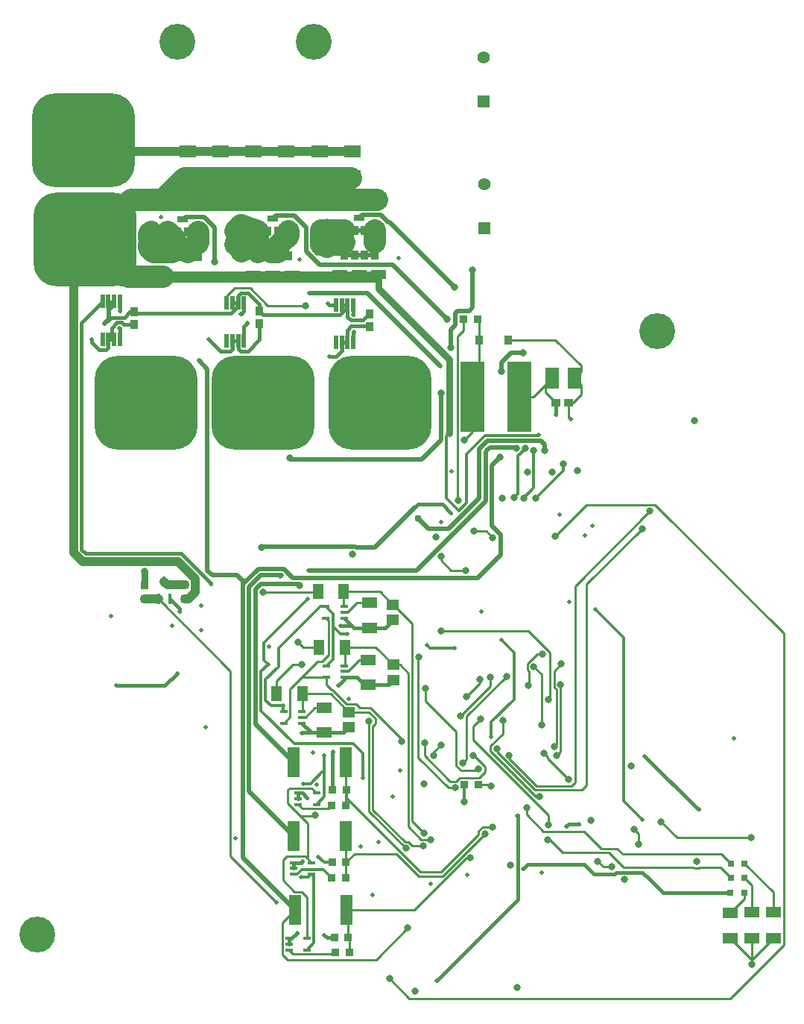
<source format=gbr>
%TF.GenerationSoftware,KiCad,Pcbnew,7.0.8*%
%TF.CreationDate,2023-12-22T14:09:36-07:00*%
%TF.ProjectId,VESC-6-MK5,56455343-2d36-42d4-9d4b-352e6b696361,rev?*%
%TF.SameCoordinates,Original*%
%TF.FileFunction,Copper,L4,Bot*%
%TF.FilePolarity,Positive*%
%FSLAX46Y46*%
G04 Gerber Fmt 4.6, Leading zero omitted, Abs format (unit mm)*
G04 Created by KiCad (PCBNEW 7.0.8) date 2023-12-22 14:09:36*
%MOMM*%
%LPD*%
G01*
G04 APERTURE LIST*
G04 Aperture macros list*
%AMRoundRect*
0 Rectangle with rounded corners*
0 $1 Rounding radius*
0 $2 $3 $4 $5 $6 $7 $8 $9 X,Y pos of 4 corners*
0 Add a 4 corners polygon primitive as box body*
4,1,4,$2,$3,$4,$5,$6,$7,$8,$9,$2,$3,0*
0 Add four circle primitives for the rounded corners*
1,1,$1+$1,$2,$3*
1,1,$1+$1,$4,$5*
1,1,$1+$1,$6,$7*
1,1,$1+$1,$8,$9*
0 Add four rect primitives between the rounded corners*
20,1,$1+$1,$2,$3,$4,$5,0*
20,1,$1+$1,$4,$5,$6,$7,0*
20,1,$1+$1,$6,$7,$8,$9,0*
20,1,$1+$1,$8,$9,$2,$3,0*%
G04 Aperture macros list end*
%TA.AperFunction,ComponentPad*%
%ADD10R,1.400000X1.400000*%
%TD*%
%TA.AperFunction,ComponentPad*%
%ADD11C,1.400000*%
%TD*%
%TA.AperFunction,ComponentPad*%
%ADD12C,4.064000*%
%TD*%
%TA.AperFunction,SMDPad,CuDef*%
%ADD13R,1.910000X1.370000*%
%TD*%
%TA.AperFunction,SMDPad,CuDef*%
%ADD14R,0.812800X1.041400*%
%TD*%
%TA.AperFunction,SMDPad,CuDef*%
%ADD15R,0.930000X1.010000*%
%TD*%
%TA.AperFunction,SMDPad,CuDef*%
%ADD16RoundRect,0.030000X0.220000X-0.745000X0.220000X0.745000X-0.220000X0.745000X-0.220000X-0.745000X0*%
%TD*%
%TA.AperFunction,SMDPad,CuDef*%
%ADD17RoundRect,2.667500X3.157500X2.667500X-3.157500X2.667500X-3.157500X-2.667500X3.157500X-2.667500X0*%
%TD*%
%TA.AperFunction,SMDPad,CuDef*%
%ADD18R,0.863600X0.965200*%
%TD*%
%TA.AperFunction,SMDPad,CuDef*%
%ADD19R,1.230000X1.770000*%
%TD*%
%TA.AperFunction,SMDPad,CuDef*%
%ADD20R,1.470000X1.160000*%
%TD*%
%TA.AperFunction,SMDPad,CuDef*%
%ADD21R,0.762000X0.711200*%
%TD*%
%TA.AperFunction,SMDPad,CuDef*%
%ADD22R,1.799996X1.305598*%
%TD*%
%TA.AperFunction,SMDPad,CuDef*%
%ADD23R,1.770000X1.170000*%
%TD*%
%TA.AperFunction,SMDPad,CuDef*%
%ADD24R,0.870000X0.930000*%
%TD*%
%TA.AperFunction,SMDPad,CuDef*%
%ADD25R,1.330000X3.460000*%
%TD*%
%TA.AperFunction,SMDPad,CuDef*%
%ADD26R,1.770000X1.230000*%
%TD*%
%TA.AperFunction,SMDPad,CuDef*%
%ADD27R,0.838200X0.304800*%
%TD*%
%TA.AperFunction,SMDPad,CuDef*%
%ADD28R,1.701800X1.092200*%
%TD*%
%TA.AperFunction,SMDPad,CuDef*%
%ADD29R,1.295400X0.711200*%
%TD*%
%TA.AperFunction,SMDPad,CuDef*%
%ADD30R,0.838200X1.092200*%
%TD*%
%TA.AperFunction,SMDPad,CuDef*%
%ADD31R,1.497552X2.413000*%
%TD*%
%TA.AperFunction,SMDPad,CuDef*%
%ADD32R,1.010000X0.930000*%
%TD*%
%TA.AperFunction,SMDPad,CuDef*%
%ADD33R,0.930000X0.870000*%
%TD*%
%TA.AperFunction,SMDPad,CuDef*%
%ADD34R,0.457200X1.168400*%
%TD*%
%TA.AperFunction,SMDPad,CuDef*%
%ADD35R,2.705100X8.001000*%
%TD*%
%TA.AperFunction,ViaPad*%
%ADD36C,0.800000*%
%TD*%
%TA.AperFunction,ViaPad*%
%ADD37C,0.500000*%
%TD*%
%TA.AperFunction,ViaPad*%
%ADD38C,0.787400*%
%TD*%
%TA.AperFunction,Conductor*%
%ADD39C,0.250000*%
%TD*%
%TA.AperFunction,Conductor*%
%ADD40C,0.381000*%
%TD*%
%TA.AperFunction,Conductor*%
%ADD41C,1.016000*%
%TD*%
%TA.AperFunction,Conductor*%
%ADD42C,0.304800*%
%TD*%
%TA.AperFunction,Conductor*%
%ADD43C,0.762000*%
%TD*%
%TA.AperFunction,Conductor*%
%ADD44C,0.508000*%
%TD*%
%TA.AperFunction,Conductor*%
%ADD45C,2.540000*%
%TD*%
%TA.AperFunction,Conductor*%
%ADD46C,1.270000*%
%TD*%
%TA.AperFunction,Conductor*%
%ADD47C,0.241300*%
%TD*%
G04 APERTURE END LIST*
D10*
%TO.P,C47,1*%
%TO.N,SUPPLY*%
X205230000Y-63755000D03*
D11*
%TO.P,C47,2*%
%TO.N,GND*%
X205230000Y-58755000D03*
%TD*%
D12*
%TO.P,,1*%
%TO.N,N/C*%
X154430000Y-143920000D03*
%TD*%
%TO.P,,1*%
%TO.N,N/C*%
X224920000Y-75410000D03*
%TD*%
%TO.P,,1*%
%TO.N,N/C*%
X185844000Y-42600000D03*
%TD*%
%TO.P,,1*%
%TO.N,N/C*%
X170376000Y-42600000D03*
%TD*%
D10*
%TO.P,C46,1*%
%TO.N,SUPPLY*%
X205190000Y-49345000D03*
D11*
%TO.P,C46,2*%
%TO.N,GND*%
X205190000Y-44345000D03*
%TD*%
D13*
%TO.P,C43,1*%
%TO.N,GND*%
X186508718Y-54994000D03*
%TO.P,C43,2*%
%TO.N,SUPPLY*%
X186508718Y-57836000D03*
%TD*%
D14*
%TO.P,D4,1,K*%
%TO.N,Net-(D4-K)*%
X204701802Y-76422300D03*
%TO.P,D4,2,A*%
%TO.N,GND*%
X208003802Y-76422300D03*
%TD*%
D15*
%TO.P,C42,1*%
%TO.N,GND*%
X192257888Y-74919000D03*
%TO.P,C42,2*%
%TO.N,VCC*%
X192257888Y-73501000D03*
%TD*%
D16*
%TO.P,U5,1,IN-*%
%TO.N,Net-(U5-IN-)*%
X163817888Y-76390000D03*
%TO.P,U5,2,GND*%
%TO.N,GND*%
X163167888Y-76390000D03*
%TO.P,U5,3,REF2*%
X162517888Y-76390000D03*
%TO.P,U5,4,NC*%
%TO.N,unconnected-(U5-NC-Pad4)*%
X161867888Y-76390000D03*
%TO.P,U5,5,OUT*%
%TO.N,/Power/C_A*%
X161867888Y-72080000D03*
%TO.P,U5,6,VS*%
%TO.N,VCC*%
X162517888Y-72080000D03*
%TO.P,U5,7,REF1*%
X163167888Y-72080000D03*
%TO.P,U5,8,IN+*%
%TO.N,Net-(U5-IN+)*%
X163817888Y-72080000D03*
%TD*%
D17*
%TO.P,P10,1,Pin_1*%
%TO.N,Net-(P10-Pin_1)*%
X193365000Y-83585000D03*
%TD*%
D18*
%TO.P,C59,1*%
%TO.N,Net-(U16-IN{slash}OUTXA)*%
X187926024Y-129294800D03*
%TO.P,C59,2*%
%TO.N,/DRV8301/SENS_C*%
X189526224Y-129294800D03*
%TD*%
D17*
%TO.P,P12,1,Pin_1*%
%TO.N,GND*%
X159675000Y-53785000D03*
%TD*%
D19*
%TO.P,R36,1*%
%TO.N,/Power/C_B*%
X186499214Y-111300000D03*
%TO.P,R36,2*%
%TO.N,/MCU/CURRENT_2*%
X189431214Y-111300000D03*
%TD*%
D17*
%TO.P,P11,1,Pin_1*%
%TO.N,SUPPLY*%
X159835000Y-64995000D03*
%TD*%
D20*
%TO.P,C45,1*%
%TO.N,/MCU/CURRENT_3*%
X189838214Y-118675000D03*
%TO.P,C45,2*%
%TO.N,GND*%
X189838214Y-120425000D03*
%TD*%
D21*
%TO.P,D3,1,K*%
%TO.N,Net-(D3-K)*%
X234797600Y-135846600D03*
%TO.P,D3,2,A*%
%TO.N,/MCU/LED_GREEN*%
X233248200Y-135846600D03*
%TD*%
D22*
%TO.P,C52,1*%
%TO.N,Net-(U10-OUT{slash}INYA)*%
X192251016Y-106281405D03*
%TO.P,C52,2*%
%TO.N,GND*%
X192251016Y-109087001D03*
%TD*%
D23*
%TO.P,R8,1*%
%TO.N,Net-(D2-K)*%
X235670000Y-141402000D03*
%TO.P,R8,2*%
%TO.N,GND*%
X235670000Y-144390000D03*
%TD*%
D15*
%TO.P,C35,1*%
%TO.N,GND*%
X165437888Y-74649000D03*
%TO.P,C35,2*%
%TO.N,VCC*%
X165437888Y-73231000D03*
%TD*%
D20*
%TO.P,C30,1*%
%TO.N,/MCU/CURRENT_2*%
X194928214Y-113319000D03*
%TO.P,C30,2*%
%TO.N,GND*%
X194928214Y-115069000D03*
%TD*%
D24*
%TO.P,R20,1*%
%TO.N,GND*%
X187974024Y-135715000D03*
%TO.P,R20,2*%
%TO.N,/DRV8301/SENS_B*%
X189534024Y-135715000D03*
%TD*%
D25*
%TO.P,R19,1*%
%TO.N,/DRV8301/SH_B*%
X183603024Y-132762000D03*
%TO.P,R19,2*%
%TO.N,/DRV8301/SENS_B*%
X189491024Y-132762000D03*
%TD*%
D18*
%TO.P,C49,1*%
%TO.N,Net-(U14-IN{slash}OUTXA)*%
X188306024Y-145966000D03*
%TO.P,C49,2*%
%TO.N,/DRV8301/SENS_A*%
X189906224Y-145966000D03*
%TD*%
D26*
%TO.P,R7,1*%
%TO.N,Net-(D1-K)*%
X233190000Y-141430000D03*
%TO.P,R7,2*%
%TO.N,GND*%
X233190000Y-144362000D03*
%TD*%
D25*
%TO.P,R17,1*%
%TO.N,/SH_A*%
X183713024Y-141114000D03*
%TO.P,R17,2*%
%TO.N,/DRV8301/SENS_A*%
X189601024Y-141114000D03*
%TD*%
D27*
%TO.P,U13,1,IN/OUTXA*%
%TO.N,/MCU/CURRENT_3*%
X184532114Y-118641996D03*
%TO.P,U13,2,OUT/INYA*%
%TO.N,Net-(U13-OUT{slash}INYA)*%
X184532114Y-119291995D03*
%TO.P,U13,3,GND*%
%TO.N,GND*%
X184532114Y-119941994D03*
%TO.P,U13,4,ON/OFFCONTROL*%
%TO.N,/MCU/CURR_FILTER_ON*%
X182449314Y-119941994D03*
%TO.P,U13,5,VCC*%
%TO.N,VCC*%
X182449314Y-118641996D03*
%TD*%
D23*
%TO.P,R9,1*%
%TO.N,Net-(D3-K)*%
X238080000Y-141362000D03*
%TO.P,R9,2*%
%TO.N,GND*%
X238080000Y-144350000D03*
%TD*%
D28*
%TO.P,Q5,1,D*%
%TO.N,SUPPLY*%
X193259001Y-60309899D03*
X191059000Y-60309899D03*
X188858999Y-60309899D03*
X193259001Y-69014901D03*
X191059000Y-69014901D03*
X188858999Y-69014901D03*
D29*
%TO.P,Q5,7,G*%
%TO.N,Net-(Q5-G)*%
X191059000Y-62559899D03*
D30*
%TO.P,Q5,8,S*%
%TO.N,/DRV8301/SH_C*%
X192784000Y-63959899D03*
X191634000Y-63959899D03*
X190484000Y-63959899D03*
X189334000Y-63959899D03*
X192784000Y-66759899D03*
X191634000Y-66759899D03*
X190484000Y-66759899D03*
X189334000Y-66759899D03*
%TD*%
D13*
%TO.P,C40,1*%
%TO.N,GND*%
X179023758Y-54994000D03*
%TO.P,C40,2*%
%TO.N,SUPPLY*%
X179023758Y-57836000D03*
%TD*%
D21*
%TO.P,D2,1,K*%
%TO.N,Net-(D2-K)*%
X234808800Y-137499800D03*
%TO.P,D2,2,A*%
%TO.N,/MCU/LED_RED*%
X233259400Y-137499800D03*
%TD*%
%TO.P,D1,1,K*%
%TO.N,Net-(D1-K)*%
X234765800Y-139177600D03*
%TO.P,D1,2,A*%
%TO.N,VCC*%
X233216400Y-139177600D03*
%TD*%
D27*
%TO.P,U16,1,IN/OUTXA*%
%TO.N,Net-(U16-IN{slash}OUTXA)*%
X184083124Y-129178004D03*
%TO.P,U16,2,OUT/INYA*%
%TO.N,GND*%
X184083124Y-128528005D03*
%TO.P,U16,3,GND*%
X184083124Y-127878006D03*
%TO.P,U16,4,ON/OFFCONTROL*%
%TO.N,/DRV8301/SENS_FILTERED*%
X186165924Y-127878006D03*
%TO.P,U16,5,VCC*%
%TO.N,VCC*%
X186165924Y-129178004D03*
%TD*%
D24*
%TO.P,R18,1*%
%TO.N,GND*%
X188214024Y-144305000D03*
%TO.P,R18,2*%
%TO.N,/DRV8301/SENS_A*%
X189774024Y-144305000D03*
%TD*%
D28*
%TO.P,Q1,1,D*%
%TO.N,SUPPLY*%
X173180201Y-60516499D03*
X170980200Y-60516499D03*
X168780199Y-60516499D03*
X173180201Y-69221501D03*
X170980200Y-69221501D03*
X168780199Y-69221501D03*
D29*
%TO.P,Q1,7,G*%
%TO.N,Net-(Q1-G)*%
X170980200Y-62766499D03*
D30*
%TO.P,Q1,8,S*%
%TO.N,/SH_A*%
X172705200Y-64166499D03*
X171555200Y-64166499D03*
X170405200Y-64166499D03*
X169255200Y-64166499D03*
X172705200Y-66966499D03*
X171555200Y-66966499D03*
X170405200Y-66966499D03*
X169255200Y-66966499D03*
%TD*%
D27*
%TO.P,U10,1,IN/OUTXA*%
%TO.N,/MCU/CURRENT_1*%
X189332114Y-106702400D03*
%TO.P,U10,2,OUT/INYA*%
%TO.N,Net-(U10-OUT{slash}INYA)*%
X189332114Y-107352399D03*
%TO.P,U10,3,GND*%
%TO.N,GND*%
X189332114Y-108002398D03*
%TO.P,U10,4,ON/OFFCONTROL*%
%TO.N,/MCU/CURR_FILTER_ON*%
X187249314Y-108002398D03*
%TO.P,U10,5,VCC*%
%TO.N,VCC*%
X187249314Y-106702400D03*
%TD*%
D13*
%TO.P,C39,1*%
%TO.N,GND*%
X175281278Y-54994000D03*
%TO.P,C39,2*%
%TO.N,SUPPLY*%
X175281278Y-57836000D03*
%TD*%
D19*
%TO.P,R37,1*%
%TO.N,/Power/C_C*%
X181659214Y-116620000D03*
%TO.P,R37,2*%
%TO.N,/MCU/CURRENT_3*%
X184591214Y-116620000D03*
%TD*%
D22*
%TO.P,C54,1*%
%TO.N,Net-(U13-OUT{slash}INYA)*%
X187025417Y-118218192D03*
%TO.P,C54,2*%
%TO.N,GND*%
X187025417Y-121023788D03*
%TD*%
D16*
%TO.P,U6,1,IN-*%
%TO.N,Net-(U6-IN-)*%
X177947888Y-76550000D03*
%TO.P,U6,2,GND*%
%TO.N,GND*%
X177297888Y-76550000D03*
%TO.P,U6,3,REF2*%
X176647888Y-76550000D03*
%TO.P,U6,4,NC*%
%TO.N,unconnected-(U6-NC-Pad4)*%
X175997888Y-76550000D03*
%TO.P,U6,5,OUT*%
%TO.N,/Power/C_B*%
X175997888Y-72240000D03*
%TO.P,U6,6,VS*%
%TO.N,VCC*%
X176647888Y-72240000D03*
%TO.P,U6,7,REF1*%
X177297888Y-72240000D03*
%TO.P,U6,8,IN+*%
%TO.N,Net-(U6-IN+)*%
X177947888Y-72240000D03*
%TD*%
D19*
%TO.P,R35,1*%
%TO.N,/Power/C_A*%
X186339214Y-105010000D03*
%TO.P,R35,2*%
%TO.N,/MCU/CURRENT_1*%
X189271214Y-105010000D03*
%TD*%
D24*
%TO.P,R22,1*%
%TO.N,GND*%
X188024024Y-127535000D03*
%TO.P,R22,2*%
%TO.N,/DRV8301/SENS_C*%
X189584024Y-127535000D03*
%TD*%
D27*
%TO.P,U14,1,IN/OUTXA*%
%TO.N,Net-(U14-IN{slash}OUTXA)*%
X183033124Y-145667600D03*
%TO.P,U14,2,OUT/INYA*%
%TO.N,GND*%
X183033124Y-145017601D03*
%TO.P,U14,3,GND*%
X183033124Y-144367602D03*
%TO.P,U14,4,ON/OFFCONTROL*%
%TO.N,/DRV8301/SENS_FILTERED*%
X185115924Y-144367602D03*
%TO.P,U14,5,VCC*%
%TO.N,VCC*%
X185115924Y-145667600D03*
%TD*%
D18*
%TO.P,C28,1*%
%TO.N,Net-(U3-BST_BK)*%
X202867202Y-74056600D03*
%TO.P,C28,2*%
%TO.N,Net-(D4-K)*%
X204467402Y-74056600D03*
%TD*%
D31*
%TO.P,C32,1*%
%TO.N,+5V*%
X212984178Y-80758600D03*
%TO.P,C32,2*%
%TO.N,GND*%
X215499826Y-80758600D03*
%TD*%
D22*
%TO.P,C53,1*%
%TO.N,Net-(U12-OUT{slash}INYA)*%
X192075417Y-112797796D03*
%TO.P,C53,2*%
%TO.N,GND*%
X192075417Y-115603392D03*
%TD*%
D13*
%TO.P,C41,1*%
%TO.N,GND*%
X182766238Y-54994000D03*
%TO.P,C41,2*%
%TO.N,SUPPLY*%
X182766238Y-57836000D03*
%TD*%
D18*
%TO.P,C57,1*%
%TO.N,Net-(U15-IN{slash}OUTXA)*%
X187906024Y-137530400D03*
%TO.P,C57,2*%
%TO.N,/DRV8301/SENS_B*%
X189506224Y-137530400D03*
%TD*%
D24*
%TO.P,R48,1*%
%TO.N,/DRV8301/EN_GATE*%
X203000000Y-126935000D03*
%TO.P,R48,2*%
%TO.N,GND*%
X204560000Y-126935000D03*
%TD*%
D16*
%TO.P,U7,1,IN-*%
%TO.N,Net-(U7-IN-)*%
X190347888Y-76740000D03*
%TO.P,U7,2,GND*%
%TO.N,GND*%
X189697888Y-76740000D03*
%TO.P,U7,3,REF2*%
X189047888Y-76740000D03*
%TO.P,U7,4,NC*%
%TO.N,unconnected-(U7-NC-Pad4)*%
X188397888Y-76740000D03*
%TO.P,U7,5,OUT*%
%TO.N,/Power/C_C*%
X188397888Y-72430000D03*
%TO.P,U7,6,VS*%
%TO.N,VCC*%
X189047888Y-72430000D03*
%TO.P,U7,7,REF1*%
X189697888Y-72430000D03*
%TO.P,U7,8,IN+*%
%TO.N,Net-(U7-IN+)*%
X190347888Y-72430000D03*
%TD*%
D27*
%TO.P,U12,1,IN/OUTXA*%
%TO.N,/MCU/CURRENT_2*%
X189372114Y-113417198D03*
%TO.P,U12,2,OUT/INYA*%
%TO.N,Net-(U12-OUT{slash}INYA)*%
X189372114Y-114067197D03*
%TO.P,U12,3,GND*%
%TO.N,GND*%
X189372114Y-114717196D03*
%TO.P,U12,4,ON/OFFCONTROL*%
%TO.N,/MCU/CURR_FILTER_ON*%
X187289314Y-114717196D03*
%TO.P,U12,5,VCC*%
%TO.N,VCC*%
X187289314Y-113417198D03*
%TD*%
D15*
%TO.P,C38,1*%
%TO.N,GND*%
X179717888Y-74589000D03*
%TO.P,C38,2*%
%TO.N,VCC*%
X179717888Y-73171000D03*
%TD*%
D25*
%TO.P,R21,1*%
%TO.N,/DRV8301/SH_C*%
X183593024Y-124360000D03*
%TO.P,R21,2*%
%TO.N,/DRV8301/SENS_C*%
X189481024Y-124360000D03*
%TD*%
D32*
%TO.P,C31,1*%
%TO.N,+5V*%
X213396202Y-83555000D03*
%TO.P,C31,2*%
%TO.N,GND*%
X214814202Y-83555000D03*
%TD*%
D13*
%TO.P,C37,1*%
%TO.N,GND*%
X171538798Y-54994000D03*
%TO.P,C37,2*%
%TO.N,SUPPLY*%
X171538798Y-57836000D03*
%TD*%
%TO.P,C44,1*%
%TO.N,GND*%
X190251202Y-54994000D03*
%TO.P,C44,2*%
%TO.N,SUPPLY*%
X190251202Y-57836000D03*
%TD*%
D27*
%TO.P,U15,1,IN/OUTXA*%
%TO.N,Net-(U15-IN{slash}OUTXA)*%
X183563124Y-137062802D03*
%TO.P,U15,2,OUT/INYA*%
%TO.N,GND*%
X183563124Y-136412803D03*
%TO.P,U15,3,GND*%
X183563124Y-135762804D03*
%TO.P,U15,4,ON/OFFCONTROL*%
%TO.N,/DRV8301/SENS_FILTERED*%
X185645924Y-135762804D03*
%TO.P,U15,5,VCC*%
%TO.N,VCC*%
X185645924Y-137062802D03*
%TD*%
D33*
%TO.P,R15,1*%
%TO.N,SUPPLY*%
X171181200Y-105800000D03*
%TO.P,R15,2*%
%TO.N,Net-(Q7-D)*%
X171181200Y-104240000D03*
%TD*%
D17*
%TO.P,P8,1,Pin_1*%
%TO.N,Net-(P8-Pin_1)*%
X166790000Y-83585000D03*
%TD*%
D34*
%TO.P,Q7,1,G*%
%TO.N,+5V*%
X169518099Y-105855600D03*
%TO.P,Q7,2,S*%
%TO.N,/DRV8301/SENS_SUPPLY*%
X168218101Y-105855600D03*
%TO.P,Q7,3,D*%
%TO.N,Net-(Q7-D)*%
X168868100Y-103874400D03*
%TD*%
D33*
%TO.P,R16,1*%
%TO.N,/DRV8301/SENS_SUPPLY*%
X166621200Y-105830000D03*
%TO.P,R16,2*%
%TO.N,GND*%
X166621200Y-104270000D03*
%TD*%
D20*
%TO.P,C29,1*%
%TO.N,/MCU/CURRENT_1*%
X194869214Y-106488000D03*
%TO.P,C29,2*%
%TO.N,GND*%
X194869214Y-108238000D03*
%TD*%
D28*
%TO.P,Q3,1,D*%
%TO.N,SUPPLY*%
X183422601Y-60406499D03*
X181222600Y-60406499D03*
X179022599Y-60406499D03*
X183422601Y-69111501D03*
X181222600Y-69111501D03*
X179022599Y-69111501D03*
D29*
%TO.P,Q3,7,G*%
%TO.N,Net-(Q3-G)*%
X181222600Y-62656499D03*
D30*
%TO.P,Q3,8,S*%
%TO.N,/DRV8301/SH_B*%
X182947600Y-64056499D03*
X181797600Y-64056499D03*
X180647600Y-64056499D03*
X179497600Y-64056499D03*
X182947600Y-66856499D03*
X181797600Y-66856499D03*
X180647600Y-66856499D03*
X179497600Y-66856499D03*
%TD*%
D17*
%TO.P,P9,1,Pin_1*%
%TO.N,Net-(P9-Pin_1)*%
X180080000Y-83585000D03*
%TD*%
D35*
%TO.P,L2,1,1*%
%TO.N,Net-(D4-K)*%
X203917952Y-82914300D03*
%TO.P,L2,2,2*%
%TO.N,+5V*%
X209226552Y-82914300D03*
%TD*%
D36*
%TO.N,/MCU/SERVO*%
X200303416Y-122386584D03*
X199465394Y-123597758D03*
%TO.N,GND*%
X207250000Y-94430000D03*
X157008333Y-53720000D03*
X159820000Y-57620000D03*
X190240697Y-100748318D03*
D37*
X168490000Y-62470000D03*
X199170000Y-138140000D03*
X204900000Y-107240000D03*
D36*
X158510000Y-57620000D03*
X204744551Y-114945449D03*
D37*
X215050000Y-85460000D03*
D36*
X162401665Y-53720000D03*
X163750000Y-53720000D03*
D37*
X162850000Y-107810000D03*
D36*
X161130000Y-57620000D03*
X206000000Y-127050000D03*
X158510000Y-51570000D03*
X159609999Y-56100000D03*
D37*
X184220000Y-67340000D03*
D36*
X162867142Y-49870000D03*
X162496665Y-56100000D03*
D37*
X192590000Y-139460000D03*
D36*
X164050000Y-49870000D03*
X162665000Y-51570000D03*
X229380000Y-135630000D03*
D37*
X173960000Y-76350000D03*
D36*
X155360000Y-55120000D03*
D37*
X180800000Y-111210000D03*
X194870000Y-128270000D03*
X185140000Y-128450000D03*
X173060000Y-109350000D03*
D36*
X164050000Y-51570000D03*
X209000000Y-149980000D03*
X155280000Y-56100000D03*
X203250000Y-116880000D03*
D37*
X184620000Y-135594500D03*
D36*
X156723333Y-56100000D03*
D37*
X186230000Y-126940000D03*
X173580000Y-120430000D03*
D36*
X156952857Y-49870000D03*
X155740000Y-51570000D03*
X155660000Y-53720000D03*
X217360000Y-130950000D03*
D37*
X191230000Y-133940000D03*
D36*
X221150000Y-137650000D03*
X159650000Y-55120000D03*
X210126678Y-91420000D03*
X198413500Y-126841459D03*
D37*
X217510000Y-97490000D03*
D36*
X155890000Y-57620000D03*
D37*
X176940000Y-132970000D03*
D36*
X162510000Y-55120000D03*
X161053332Y-56100000D03*
X235620000Y-147330000D03*
X157125000Y-51570000D03*
X166630000Y-102710000D03*
D37*
X213770000Y-96250000D03*
D36*
X158166666Y-56100000D03*
D37*
X188690000Y-115620000D03*
D36*
X161053332Y-53720000D03*
D37*
X201530000Y-91360000D03*
X214880000Y-106130000D03*
D36*
X158356666Y-53720000D03*
D37*
X195700000Y-125280000D03*
X193220000Y-133460000D03*
D36*
X199719491Y-98800525D03*
X163940000Y-56100000D03*
D37*
X186410000Y-135110000D03*
X233640000Y-121660000D03*
D36*
X163750000Y-57620000D03*
X160501428Y-49870000D03*
X159704999Y-53720000D03*
D37*
X183970000Y-143720000D03*
D36*
X163940000Y-55120000D03*
X158220000Y-55120000D03*
D37*
X160650000Y-76330000D03*
D36*
X157200000Y-57620000D03*
X161280000Y-51570000D03*
X161080000Y-55120000D03*
X158135714Y-49870000D03*
X221950000Y-124820000D03*
X215850000Y-91270000D03*
D37*
X203270000Y-137128100D03*
X200310000Y-97070000D03*
X188940000Y-108870000D03*
D36*
X159318571Y-49870000D03*
D37*
X169790000Y-108850000D03*
D36*
X212955220Y-91399999D03*
D37*
X189840000Y-117195500D03*
D36*
X159895000Y-51570000D03*
D37*
X216720000Y-98610000D03*
D36*
X229170000Y-85590000D03*
X197420000Y-150390000D03*
D37*
X195480000Y-67170000D03*
D36*
X161684285Y-49870000D03*
X155770000Y-49870000D03*
D37*
X185810000Y-123250000D03*
X187070000Y-143970000D03*
X211790000Y-136920000D03*
D36*
X208250000Y-136030000D03*
D37*
X184540000Y-121100000D03*
D36*
X162440000Y-57620000D03*
D37*
X187650000Y-78300000D03*
X173050000Y-106570000D03*
X188110000Y-123220000D03*
D36*
X156790000Y-55120000D03*
%TO.N,Net-(U1-VCAP_1)*%
X207350000Y-119590000D03*
X211522543Y-128286529D03*
D37*
%TO.N,VCC*%
X206040000Y-121460000D03*
X189650000Y-109780000D03*
X217250000Y-136610000D03*
X201850000Y-111400000D03*
X214560000Y-131614500D03*
X216031233Y-131368767D03*
X207190000Y-110510000D03*
X229640000Y-129730000D03*
X198755500Y-111080000D03*
X209680000Y-136470000D03*
X184462397Y-137434617D03*
D36*
X179950000Y-99985588D03*
D37*
X223450000Y-123650000D03*
X182430000Y-117970000D03*
X162080000Y-74610000D03*
X224070000Y-137690000D03*
X184670000Y-126788006D03*
X201483812Y-96074760D03*
X187050000Y-123570000D03*
D36*
%TO.N,/MCU/NRST*%
X196330000Y-134140000D03*
X192140000Y-119690000D03*
D37*
%TO.N,+5V*%
X191450000Y-126145500D03*
X223220000Y-130870000D03*
D36*
X222280000Y-131990000D03*
D37*
X170620000Y-107240000D03*
X180670000Y-113270000D03*
X213400000Y-84900000D03*
X217880000Y-106990000D03*
D36*
X222790000Y-133670000D03*
D37*
X185190000Y-105860000D03*
X170380000Y-114260000D03*
X163420000Y-115670000D03*
D36*
%TO.N,/SH_A*%
X167640000Y-65450000D03*
X166480000Y-66370000D03*
D37*
X172790000Y-78710000D03*
D36*
X207018100Y-89763333D03*
X166540000Y-65360000D03*
X196560000Y-143170000D03*
X166610000Y-64370000D03*
%TO.N,/DRV8301/SH_B*%
X177610000Y-65500000D03*
X208870000Y-88764992D03*
X176400000Y-64130000D03*
D37*
X182070000Y-103250000D03*
D36*
X177610000Y-63430000D03*
X177630000Y-66410000D03*
X177510000Y-64510000D03*
D37*
X185400000Y-71100000D03*
X205632376Y-88882376D03*
D36*
X176400000Y-66160000D03*
D37*
X200250000Y-79380000D03*
D36*
X176470000Y-65170000D03*
D37*
X185260000Y-102580000D03*
D38*
%TO.N,/DRV8301/SH_C*%
X197700000Y-96690000D03*
D36*
X186180000Y-64450000D03*
X212090000Y-88940000D03*
X184230000Y-104277500D03*
X187440000Y-64450000D03*
X186330000Y-66440000D03*
X187390000Y-63110000D03*
X186290000Y-63410000D03*
X186180000Y-65400000D03*
X187370000Y-65830000D03*
%TO.N,SUPPLY*%
X160851428Y-61330000D03*
X160000000Y-66580000D03*
X156120000Y-61330000D03*
X162846665Y-67560000D03*
X156240000Y-69080000D03*
X156010000Y-65180000D03*
X164100000Y-65180000D03*
X156090000Y-63030000D03*
X157073333Y-67560000D03*
X155710000Y-66580000D03*
D37*
X211460000Y-87200000D03*
D36*
X163015000Y-63030000D03*
X162860000Y-66580000D03*
X157550000Y-69080000D03*
X161403332Y-67560000D03*
X157475000Y-63030000D03*
X161630000Y-63030000D03*
X163217142Y-61330000D03*
X159668571Y-61330000D03*
X157358333Y-65180000D03*
X162751665Y-65180000D03*
X164100000Y-69080000D03*
X158516666Y-67560000D03*
X158706666Y-65180000D03*
X158570000Y-66580000D03*
X161480000Y-69080000D03*
X160170000Y-69080000D03*
X162790000Y-69080000D03*
X201300000Y-87000000D03*
X164400000Y-63030000D03*
X157140000Y-66580000D03*
X158860000Y-63030000D03*
X159959999Y-67560000D03*
X160054999Y-65180000D03*
X164290000Y-67560000D03*
X155630000Y-67560000D03*
X162034285Y-61330000D03*
X160245000Y-63030000D03*
X161430000Y-66580000D03*
X157302857Y-61330000D03*
X164290000Y-66580000D03*
X161403332Y-65180000D03*
X158860000Y-69080000D03*
X164400000Y-61330000D03*
X158485714Y-61330000D03*
%TO.N,Net-(U3-BST_BK)*%
X202304079Y-94669579D03*
%TO.N,Net-(D4-K)*%
X202964902Y-87790000D03*
%TO.N,/MCU/CURRENT_1*%
X198400000Y-132429349D03*
%TO.N,/MCU/CURRENT_2*%
X199184559Y-133153849D03*
%TO.N,/MCU/CURRENT_3*%
X198331726Y-133878349D03*
%TO.N,/DRV8301/SENS_A*%
X203616650Y-135216650D03*
%TO.N,/EN_BUCK*%
X204060000Y-98140000D03*
X194470000Y-148920000D03*
X213267230Y-98672770D03*
X206226500Y-98882000D03*
%TO.N,/DRV8301/SENS_B*%
X205339351Y-132469351D03*
%TO.N,/DRV8301/SENS_C*%
X206180000Y-131720000D03*
%TO.N,/MCU/LED_RED*%
X212472157Y-133141041D03*
%TO.N,/MCU/LED_GREEN*%
X210067812Y-129544012D03*
%TO.N,/MCU/HALL_3*%
X212046298Y-123379311D03*
X214833023Y-126333023D03*
%TO.N,Net-(P4-Pad6)*%
X225360000Y-131100000D03*
X235540000Y-132940000D03*
%TO.N,/MCU/RX_SDA_NSS*%
X218120000Y-135590000D03*
X219770000Y-136240000D03*
%TO.N,/MCU/SWDIO*%
X198605500Y-115990000D03*
X204600000Y-125160000D03*
%TO.N,/MCU/SWCLK*%
X197780000Y-112390000D03*
X201965500Y-127274500D03*
%TO.N,Net-(Q1-G)*%
X174620000Y-67540000D03*
X183120000Y-89840000D03*
X200319500Y-82490000D03*
%TO.N,Net-(Q2-G)*%
X201450000Y-77280000D03*
X203940000Y-68520000D03*
%TO.N,Net-(Q3-G)*%
X201040000Y-74090000D03*
%TO.N,Net-(Q4-G)*%
X207170000Y-80030000D03*
X209640000Y-77860000D03*
%TO.N,Net-(Q5-G)*%
X201872032Y-70433999D03*
D37*
%TO.N,/DRV8301/SENS_SUPPLY*%
X181600000Y-140250000D03*
D36*
%TO.N,/MCU/USB_DM*%
X208063695Y-123576305D03*
X224080000Y-95850000D03*
%TO.N,/MCU/USB_DP*%
X223194500Y-97858912D03*
X206672796Y-122821802D03*
%TO.N,/BMI160/SCL*%
X202520000Y-119150000D03*
X205910000Y-114700000D03*
%TO.N,Net-(U3-DTC)*%
X200320000Y-101000000D03*
X203120000Y-102570000D03*
%TO.N,Net-(P8-Pin_1)*%
X168283332Y-85660000D03*
X167731428Y-79430000D03*
X169670000Y-85600000D03*
X165740000Y-81130000D03*
X164182857Y-79430000D03*
X171570000Y-86040000D03*
X166839999Y-85660000D03*
X164020000Y-84680000D03*
X166934999Y-83280000D03*
X168914285Y-79430000D03*
X168360000Y-87180000D03*
X163120000Y-87180000D03*
X167125000Y-81130000D03*
X162890000Y-83280000D03*
X170210000Y-80020000D03*
X169880000Y-81450000D03*
X169750000Y-82810000D03*
X167050000Y-87180000D03*
X165396666Y-85660000D03*
X166880000Y-84680000D03*
X168283332Y-83280000D03*
X163953333Y-85660000D03*
X164355000Y-81130000D03*
X164430000Y-87180000D03*
X171440000Y-83350000D03*
X165450000Y-84680000D03*
X169900000Y-87500000D03*
X166548571Y-79430000D03*
X165740000Y-87180000D03*
X169980000Y-84270000D03*
X168510000Y-81130000D03*
X165586666Y-83280000D03*
X171470000Y-80270000D03*
X164238333Y-83280000D03*
X162970000Y-81130000D03*
X162590000Y-84680000D03*
X171440000Y-82170000D03*
X168310000Y-84680000D03*
X163000000Y-79430000D03*
X165365714Y-79430000D03*
X171590000Y-87190000D03*
X171520000Y-84860000D03*
X162510000Y-85660000D03*
D37*
%TO.N,Net-(U5-IN-)*%
X163790000Y-75090000D03*
%TO.N,Net-(U5-IN+)*%
X163837768Y-73175304D03*
D36*
%TO.N,Net-(P9-Pin_1)*%
X184390000Y-79700000D03*
X183207142Y-79700000D03*
X176080000Y-81400000D03*
X177063333Y-85930000D03*
X177292857Y-79700000D03*
X178850000Y-81400000D03*
X184280000Y-84950000D03*
X183005000Y-81400000D03*
X176230000Y-87450000D03*
X182780000Y-87450000D03*
X181620000Y-81400000D03*
X178560000Y-84950000D03*
X177130000Y-84950000D03*
X179658571Y-79700000D03*
X175620000Y-85930000D03*
X181420000Y-84950000D03*
X181393332Y-83550000D03*
X178850000Y-87450000D03*
X178696666Y-83550000D03*
X178506666Y-85930000D03*
X176110000Y-79700000D03*
X181470000Y-87450000D03*
X184090000Y-83550000D03*
X176000000Y-83550000D03*
X184090000Y-87450000D03*
X184390000Y-81400000D03*
X182741665Y-83550000D03*
X184280000Y-85930000D03*
X178475714Y-79700000D03*
X177465000Y-81400000D03*
X177348333Y-83550000D03*
X177540000Y-87450000D03*
X175700000Y-84950000D03*
X182836665Y-85930000D03*
X181393332Y-85930000D03*
X182850000Y-84950000D03*
D37*
%TO.N,Net-(U6-IN-)*%
X178330000Y-74510000D03*
%TO.N,Net-(U6-IN+)*%
X177584381Y-73459913D03*
D36*
%TO.N,/DRV8301/GH_B*%
X209893783Y-88764777D03*
X208630000Y-94330000D03*
%TO.N,/DRV8301/GL_B*%
X210878578Y-88935611D03*
X209750000Y-94360000D03*
%TO.N,Net-(P10-Pin_1)*%
X189750000Y-87180000D03*
X192216666Y-83280000D03*
X190812857Y-79430000D03*
X196525000Y-81130000D03*
X194940000Y-84680000D03*
X196370000Y-84680000D03*
X192370000Y-81130000D03*
X190583333Y-85660000D03*
X197610000Y-83280000D03*
X197610000Y-87180000D03*
X196261665Y-83280000D03*
X194913332Y-85660000D03*
X194990000Y-87180000D03*
X189220000Y-84680000D03*
X196356665Y-85660000D03*
X189630000Y-79430000D03*
X196727142Y-79430000D03*
X190650000Y-84680000D03*
X189140000Y-85660000D03*
X192080000Y-84680000D03*
X195544285Y-79430000D03*
X190868333Y-83280000D03*
X195140000Y-81130000D03*
X197800000Y-84680000D03*
X189520000Y-83280000D03*
X196300000Y-87180000D03*
X191995714Y-79430000D03*
X197910000Y-81130000D03*
X190985000Y-81130000D03*
X194361428Y-79430000D03*
X192370000Y-87180000D03*
X189600000Y-81130000D03*
X191060000Y-87180000D03*
X192026666Y-85660000D03*
X194913332Y-83280000D03*
X197800000Y-85660000D03*
X197910000Y-79430000D03*
D37*
%TO.N,Net-(U7-IN-)*%
X190405500Y-75520000D03*
%TO.N,Net-(U7-IN+)*%
X190360000Y-73550000D03*
D36*
%TO.N,/DRV8301/GH_C*%
X211110000Y-94380000D03*
X214250000Y-90530000D03*
%TO.N,/Power/C_A*%
X180104695Y-105100000D03*
D37*
X174200000Y-104100000D03*
D36*
%TO.N,/Power/C_B*%
X184900000Y-72550000D03*
X184090000Y-110710000D03*
D37*
%TO.N,/Power/C_C*%
X187490000Y-72310000D03*
D36*
X184490000Y-113250000D03*
%TO.N,/BMI160/SDA*%
X212550000Y-131490000D03*
X204800000Y-119480000D03*
D37*
%TO.N,/SHUTDOWN*%
X209017086Y-130446424D03*
X199810000Y-149200000D03*
D36*
%TO.N,/DRV8301/EN_GATE*%
X202787049Y-124462375D03*
X202970000Y-128860000D03*
X207755000Y-114595000D03*
%TO.N,/DRV8301/SENS_FILTERED*%
X186070000Y-130379904D03*
%TO.N,/DRV8301/INL_B*%
X213910000Y-115540000D03*
X213495798Y-123605798D03*
%TO.N,/DRV8301/INL_C*%
X214010000Y-113230000D03*
X213185500Y-122618174D03*
%TO.N,/DRV8301/CS*%
X200313700Y-109490000D03*
X212544061Y-117243264D03*
%TO.N,/DRV8301/INH_B*%
X211765500Y-120100000D03*
X210880247Y-113530253D03*
%TO.N,/DRV8301/INH_C*%
X210279951Y-115615549D03*
X211850500Y-112090000D03*
%TO.N,/MCU/CURR_FILTER_ON*%
X195880500Y-122020000D03*
X198444500Y-122130000D03*
X203969500Y-123590000D03*
%TD*%
D39*
%TO.N,/MCU/SERVO*%
X199465394Y-123597758D02*
X199465394Y-123224606D01*
X199465394Y-123224606D02*
X200303416Y-122386584D01*
D40*
%TO.N,GND*%
X189838214Y-120425000D02*
X189239426Y-121023788D01*
D39*
X214814202Y-83555000D02*
X214814202Y-85224202D01*
X166621200Y-102718800D02*
X166630000Y-102710000D01*
D40*
X185900000Y-121023788D02*
X184616212Y-121023788D01*
D39*
X216248602Y-80009824D02*
X215499826Y-80758600D01*
D41*
X160884000Y-54994000D02*
X159675000Y-53785000D01*
D40*
X176647888Y-77459676D02*
X176647888Y-76550000D01*
X194869214Y-108238000D02*
X194020213Y-109087001D01*
X183563124Y-135762804D02*
X183563124Y-136412803D01*
X176647888Y-76550000D02*
X177297888Y-76550000D01*
X187025417Y-121023788D02*
X185900000Y-121023788D01*
X189372114Y-114937886D02*
X188690000Y-115620000D01*
X189047888Y-76740000D02*
X189047888Y-77649676D01*
X162917888Y-76140000D02*
X162917888Y-75056308D01*
X162517888Y-76390000D02*
X162517888Y-77299676D01*
X179717888Y-76372112D02*
X179717888Y-74979000D01*
D39*
X216248602Y-82625600D02*
X216248602Y-81507376D01*
D40*
X190416717Y-109087001D02*
X190199716Y-108870000D01*
X184568006Y-127878006D02*
X185140000Y-128450000D01*
D39*
X216248602Y-79337222D02*
X216248602Y-80009824D01*
D42*
X187015000Y-135715000D02*
X186410000Y-135110000D01*
D40*
X185900000Y-121023788D02*
X185613908Y-121023788D01*
X184083124Y-127878006D02*
X184568006Y-127878006D01*
X190199716Y-108870000D02*
X188940000Y-108870000D01*
D39*
X238080000Y-144350000D02*
X235620000Y-146810000D01*
D40*
X190140196Y-74879500D02*
X192218388Y-74879500D01*
X184616212Y-121023788D02*
X184540000Y-121100000D01*
X184083124Y-127878006D02*
X184083124Y-128528005D01*
X183033124Y-145017601D02*
X183033124Y-144367602D01*
X192075417Y-115603392D02*
X194393822Y-115603392D01*
D39*
X213333680Y-76422300D02*
X216248602Y-79337222D01*
D40*
X184451696Y-135762804D02*
X183563124Y-135762804D01*
X190774214Y-114717196D02*
X191660410Y-115603392D01*
X189047888Y-76740000D02*
X189697888Y-76740000D01*
X177297888Y-77459676D02*
X177553712Y-77715500D01*
X163167888Y-76390000D02*
X162917888Y-76140000D01*
D39*
X214814202Y-85224202D02*
X215050000Y-85460000D01*
D40*
X194393822Y-115603392D02*
X194928214Y-115069000D01*
X173960000Y-76350000D02*
X175325500Y-77715500D01*
D39*
X235620000Y-146792000D02*
X235620000Y-147330000D01*
D40*
X164254804Y-74649000D02*
X165437888Y-74649000D01*
X177553712Y-77715500D02*
X178374500Y-77715500D01*
X189697888Y-76740000D02*
X189697888Y-75321808D01*
X188024024Y-123305976D02*
X188110000Y-123220000D01*
D39*
X215319202Y-83555000D02*
X216248602Y-82625600D01*
D41*
X190251202Y-54994000D02*
X160884000Y-54994000D01*
D40*
X185613908Y-121023788D02*
X184532114Y-119941994D01*
X163524696Y-74449500D02*
X164055304Y-74449500D01*
X177297888Y-76550000D02*
X177297888Y-77459676D01*
D39*
X233190000Y-144362000D02*
X235620000Y-146792000D01*
X235670000Y-147280000D02*
X235620000Y-147330000D01*
D40*
X188214024Y-144305000D02*
X187405000Y-144305000D01*
X189372114Y-114717196D02*
X189372114Y-114937886D01*
D39*
X205885000Y-126935000D02*
X206000000Y-127050000D01*
D40*
X164055304Y-74449500D02*
X164254804Y-74649000D01*
X160650000Y-76740000D02*
X160650000Y-76330000D01*
X162917888Y-75056308D02*
X163524696Y-74449500D01*
X191660410Y-115603392D02*
X192075417Y-115603392D01*
X183322398Y-144367602D02*
X183970000Y-143720000D01*
X162517888Y-76390000D02*
X163167888Y-76390000D01*
X187405000Y-144305000D02*
X187070000Y-143970000D01*
D39*
X214814202Y-83555000D02*
X215319202Y-83555000D01*
D42*
X187974024Y-135715000D02*
X187015000Y-135715000D01*
D43*
X166621200Y-104270000D02*
X166621200Y-102718800D01*
D39*
X204744551Y-115385449D02*
X203250000Y-116880000D01*
D40*
X188024024Y-127535000D02*
X188024024Y-123305976D01*
D39*
X235670000Y-144390000D02*
X235670000Y-147280000D01*
D40*
X162517888Y-77299676D02*
X162262064Y-77555500D01*
D43*
X159335000Y-53445000D02*
X159675000Y-53785000D01*
D40*
X183033124Y-144367602D02*
X183322398Y-144367602D01*
D39*
X208003802Y-76422300D02*
X213333680Y-76422300D01*
D40*
X161465500Y-77555500D02*
X160650000Y-76740000D01*
X189332114Y-108002398D02*
X190416717Y-109087001D01*
D41*
X161144000Y-55254000D02*
X159675000Y-53785000D01*
D40*
X194020213Y-109087001D02*
X192251016Y-109087001D01*
X162262064Y-77555500D02*
X161465500Y-77555500D01*
X188397564Y-78300000D02*
X187650000Y-78300000D01*
X175325500Y-77715500D02*
X176392064Y-77715500D01*
X189372114Y-114717196D02*
X190774214Y-114717196D01*
D39*
X235620000Y-146810000D02*
X235620000Y-147330000D01*
X204560000Y-126935000D02*
X205885000Y-126935000D01*
D40*
X189697888Y-75321808D02*
X190140196Y-74879500D01*
X178374500Y-77715500D02*
X179717888Y-76372112D01*
D39*
X204744551Y-114945449D02*
X204744551Y-115385449D01*
D40*
X190416717Y-109087001D02*
X192251016Y-109087001D01*
X189047888Y-77649676D02*
X188397564Y-78300000D01*
X192218388Y-74879500D02*
X192257888Y-74919000D01*
X176392064Y-77715500D02*
X176647888Y-77459676D01*
X189239426Y-121023788D02*
X187025417Y-121023788D01*
D39*
X216248602Y-81507376D02*
X215499826Y-80758600D01*
D40*
X184620000Y-135594500D02*
X184451696Y-135762804D01*
D39*
%TO.N,Net-(U1-VCAP_1)*%
X211112925Y-128286529D02*
X211522543Y-128286529D01*
X207350000Y-119590000D02*
X207350000Y-121110000D01*
X205947796Y-123121400D02*
X211112925Y-128286529D01*
X205947796Y-122512204D02*
X205947796Y-123121400D01*
X207350000Y-121110000D02*
X205947796Y-122512204D01*
D40*
%TO.N,VCC*%
X217250000Y-136610000D02*
X216620000Y-135980000D01*
X162080000Y-74610000D02*
X162821500Y-73868500D01*
D42*
X180400000Y-117359156D02*
X180400000Y-115000000D01*
X208610000Y-111930000D02*
X208610000Y-117220000D01*
X185530071Y-126788006D02*
X184670000Y-126788006D01*
D44*
X192800000Y-99990000D02*
X197363100Y-95426900D01*
D40*
X177297888Y-72240000D02*
X177297888Y-71330324D01*
D44*
X177243888Y-72643480D02*
X177243888Y-72240000D01*
D40*
X189697888Y-72689676D02*
X189697888Y-72430000D01*
D42*
X186597600Y-106702400D02*
X187249314Y-106702400D01*
D44*
X179950000Y-99985588D02*
X180041270Y-99894318D01*
D40*
X220097436Y-137030500D02*
X217670500Y-137030500D01*
D42*
X180400000Y-115000000D02*
X181870000Y-113530000D01*
X181010844Y-117970000D02*
X180400000Y-117359156D01*
X199075500Y-111400000D02*
X201850000Y-111400000D01*
X182430000Y-117970000D02*
X181010844Y-117970000D01*
X207190000Y-110510000D02*
X208610000Y-111930000D01*
D40*
X225557600Y-139177600D02*
X233216400Y-139177600D01*
X164972888Y-73231000D02*
X165437888Y-73231000D01*
D42*
X187050000Y-125510000D02*
X187050000Y-128293928D01*
X187050000Y-123570000D02*
X187050000Y-125510000D01*
D44*
X163113888Y-72458000D02*
X163113888Y-72080000D01*
X190594436Y-99894318D02*
X190690118Y-99990000D01*
D42*
X187249314Y-106702400D02*
X188047400Y-107500486D01*
D40*
X177297888Y-71330324D02*
X177553712Y-71074500D01*
D44*
X162571888Y-74118112D02*
X162571888Y-73000000D01*
D40*
X188792064Y-73595500D02*
X189697888Y-72689676D01*
D42*
X208610000Y-117220000D02*
X206040000Y-119790000D01*
D40*
X223239500Y-136859500D02*
X220268436Y-136859500D01*
D42*
X187050000Y-125510000D02*
X186808077Y-125510000D01*
D40*
X164335388Y-73868500D02*
X164972888Y-73231000D01*
D42*
X181870000Y-111430000D02*
X186597600Y-106702400D01*
D40*
X179717888Y-73171000D02*
X180142388Y-73595500D01*
D42*
X182430000Y-118622682D02*
X182449314Y-118641996D01*
X185887424Y-144896100D02*
X185115924Y-145667600D01*
D40*
X197700000Y-95090000D02*
X197363100Y-95426900D01*
X216031233Y-131368767D02*
X214805733Y-131368767D01*
D44*
X162080000Y-74610000D02*
X162571888Y-74118112D01*
D40*
X224070000Y-137690000D02*
X225557600Y-139177600D01*
D44*
X180041270Y-99894318D02*
X190594436Y-99894318D01*
D40*
X179717888Y-72387888D02*
X179717888Y-73171000D01*
X217670500Y-137030500D02*
X217250000Y-136610000D01*
X192153638Y-73501000D02*
X192257888Y-73501000D01*
D42*
X185887424Y-137304302D02*
X185887424Y-144896100D01*
D40*
X180142388Y-73595500D02*
X188792064Y-73595500D01*
X176647888Y-72240000D02*
X177297888Y-72240000D01*
X201483812Y-96074760D02*
X200499052Y-95090000D01*
X216620000Y-135980000D02*
X210170000Y-135980000D01*
D42*
X185274109Y-137434617D02*
X185645924Y-137062802D01*
X182430000Y-117970000D02*
X182430000Y-118622682D01*
X188047400Y-107500486D02*
X188047400Y-108940000D01*
D40*
X220268436Y-136859500D02*
X220097436Y-137030500D01*
D42*
X188887400Y-109780000D02*
X189650000Y-109780000D01*
D40*
X190094696Y-74190500D02*
X191464138Y-74190500D01*
X210170000Y-135980000D02*
X209680000Y-136470000D01*
D42*
X206040000Y-119790000D02*
X206040000Y-121460000D01*
X188047400Y-108940000D02*
X188887400Y-109780000D01*
D40*
X214805733Y-131368767D02*
X214560000Y-131614500D01*
X178404500Y-71074500D02*
X179717888Y-72387888D01*
X189697888Y-73793692D02*
X190094696Y-74190500D01*
X200499052Y-95090000D02*
X197700000Y-95090000D01*
X224070000Y-137690000D02*
X223239500Y-136859500D01*
X223450000Y-123650000D02*
X229530000Y-129730000D01*
X229530000Y-129730000D02*
X229640000Y-129730000D01*
D42*
X184462397Y-137434617D02*
X185274109Y-137434617D01*
D40*
X165437888Y-73231000D02*
X165612388Y-73405500D01*
D44*
X162571888Y-73000000D02*
X163113888Y-72458000D01*
D40*
X189697888Y-72430000D02*
X189697888Y-73793692D01*
X165612388Y-73405500D02*
X176481868Y-73405500D01*
X191464138Y-74190500D02*
X192153638Y-73501000D01*
D42*
X181870000Y-113530000D02*
X181870000Y-111430000D01*
X198755500Y-111080000D02*
X199075500Y-111400000D01*
X187050000Y-128293928D02*
X186165924Y-129178004D01*
D44*
X190690118Y-99990000D02*
X192800000Y-99990000D01*
D42*
X185645924Y-137062802D02*
X185887424Y-137304302D01*
D40*
X162821500Y-73868500D02*
X164335388Y-73868500D01*
D44*
X162571888Y-73000000D02*
X162571888Y-72080000D01*
D42*
X188047400Y-108940000D02*
X188047400Y-112659112D01*
X188047400Y-112659112D02*
X187289314Y-113417198D01*
D40*
X177553712Y-71074500D02*
X178404500Y-71074500D01*
X176481868Y-73405500D02*
X177243888Y-72643480D01*
D42*
X186808077Y-125510000D02*
X185530071Y-126788006D01*
D40*
X189047888Y-72430000D02*
X189697888Y-72430000D01*
D39*
%TO.N,/MCU/NRST*%
X192140000Y-129950000D02*
X196330000Y-134140000D01*
X192140000Y-119690000D02*
X192140000Y-129950000D01*
D40*
%TO.N,+5V*%
X170620000Y-106957501D02*
X169518099Y-105855600D01*
X163420000Y-115670000D02*
X168970000Y-115670000D01*
D42*
X180197600Y-110852400D02*
X185190000Y-105860000D01*
X180670000Y-113270000D02*
X180197600Y-112797600D01*
D39*
X210828478Y-82914300D02*
X209226552Y-82914300D01*
X212984178Y-80758600D02*
X210828478Y-82914300D01*
D42*
X180197600Y-112797600D02*
X180197600Y-110852400D01*
D39*
X212235402Y-82394200D02*
X212235402Y-81507376D01*
X213396202Y-83555000D02*
X212235402Y-82394200D01*
D42*
X179895200Y-114044800D02*
X180670000Y-113270000D01*
X191450000Y-126145500D02*
X191450000Y-123380000D01*
X183637600Y-122277600D02*
X179895200Y-118535200D01*
D40*
X170620000Y-107240000D02*
X170620000Y-106957501D01*
D42*
X221130000Y-110240000D02*
X217880000Y-106990000D01*
X179895200Y-118535200D02*
X179895200Y-114044800D01*
D40*
X213400000Y-84900000D02*
X213400000Y-83558798D01*
D39*
X212235402Y-81507376D02*
X212984178Y-80758600D01*
D42*
X191450000Y-123380000D02*
X190347600Y-122277600D01*
D39*
X222790000Y-132500000D02*
X222280000Y-131990000D01*
D42*
X223220000Y-130870000D02*
X221130000Y-128780000D01*
D40*
X213400000Y-83558798D02*
X213396202Y-83555000D01*
X168970000Y-115670000D02*
X170380000Y-114260000D01*
D42*
X190347600Y-122277600D02*
X183637600Y-122277600D01*
D39*
X222790000Y-133670000D02*
X222790000Y-132500000D01*
D42*
X221130000Y-128780000D02*
X221130000Y-110240000D01*
D44*
%TO.N,/SH_A*%
X173801000Y-79721000D02*
X173801000Y-102621000D01*
D39*
X196560000Y-143170000D02*
X192956400Y-146773600D01*
D45*
X167677065Y-66481501D02*
X167142782Y-65947218D01*
X167142782Y-65637218D02*
X167330000Y-65450000D01*
X170108701Y-65020000D02*
X170108701Y-66112998D01*
X167142782Y-65947218D02*
X167142782Y-65637218D01*
D39*
X192956400Y-146773600D02*
X182873600Y-146773600D01*
D45*
X167142782Y-64842782D02*
X167142782Y-64440216D01*
X167640000Y-65140000D02*
X167540000Y-65240000D01*
D44*
X177938737Y-104040000D02*
X177834695Y-104040000D01*
D39*
X182289024Y-142538000D02*
X183713024Y-141114000D01*
D45*
X172705200Y-65331501D02*
X171555200Y-66481501D01*
D44*
X177834695Y-104040000D02*
X177834695Y-135235671D01*
D45*
X167330000Y-65450000D02*
X167640000Y-65450000D01*
D44*
X207080500Y-98528261D02*
X207080500Y-100869500D01*
X182479747Y-102405516D02*
X179573221Y-102405516D01*
X177169390Y-103140000D02*
X177834695Y-103805305D01*
X207080500Y-100869500D02*
X204526000Y-103424000D01*
X174320000Y-103140000D02*
X177169390Y-103140000D01*
D45*
X167640000Y-65450000D02*
X167640000Y-65140000D01*
X167540000Y-65240000D02*
X167142782Y-64842782D01*
D44*
X173801000Y-102621000D02*
X174320000Y-103140000D01*
X204526000Y-103424000D02*
X183498231Y-103424000D01*
D39*
X182289024Y-146189024D02*
X182289024Y-142538000D01*
D45*
X172705200Y-64166499D02*
X172705200Y-65331501D01*
X169255200Y-64166499D02*
X170108701Y-65020000D01*
X167142782Y-64440216D02*
X167416499Y-64166499D01*
D44*
X177834695Y-135235671D02*
X183713024Y-141114000D01*
X183498231Y-103424000D02*
X182479747Y-102405516D01*
X207018100Y-89763333D02*
X206104000Y-90677433D01*
X177834695Y-103805305D02*
X177834695Y-104040000D01*
X172790000Y-78710000D02*
X173801000Y-79721000D01*
D45*
X170108701Y-66112998D02*
X169740198Y-66481501D01*
D39*
X182873600Y-146773600D02*
X182289024Y-146189024D01*
D44*
X206104000Y-90677433D02*
X206104000Y-97551761D01*
X206104000Y-97551761D02*
X207080500Y-98528261D01*
X177860000Y-103780000D02*
X177834695Y-103805305D01*
X179573221Y-102405516D02*
X177938737Y-104040000D01*
D45*
X169740198Y-66481501D02*
X167677065Y-66481501D01*
%TO.N,/DRV8301/SH_B*%
X182947600Y-64602599D02*
X181068698Y-66481501D01*
D44*
X182186484Y-103113516D02*
X182186484Y-103133516D01*
D45*
X182947600Y-64056499D02*
X182947600Y-64602599D01*
D44*
X205396000Y-89118753D02*
X205632376Y-88882376D01*
X191970000Y-71100000D02*
X200250000Y-79380000D01*
X183603024Y-132762000D02*
X178542695Y-127701671D01*
D45*
X177003501Y-64056499D02*
X177510000Y-64510000D01*
X178861101Y-65593501D02*
X179497600Y-66230000D01*
D44*
X178542695Y-104437305D02*
X179866484Y-103113516D01*
X185260000Y-102580000D02*
X197510000Y-102580000D01*
X197510000Y-102580000D02*
X205396000Y-94694000D01*
X205632376Y-88882376D02*
X205895261Y-88619492D01*
D45*
X177610000Y-63430000D02*
X177003501Y-64056499D01*
X179497600Y-64056499D02*
X177610000Y-63430000D01*
X177610000Y-65500000D02*
X177703501Y-65593501D01*
X177510000Y-64510000D02*
X177003501Y-65593501D01*
X177516499Y-65593501D02*
X177610000Y-65500000D01*
X177003501Y-65593501D02*
X177516499Y-65593501D01*
D44*
X205895261Y-88619492D02*
X208724500Y-88619492D01*
D45*
X179497600Y-64056499D02*
X179497600Y-66481501D01*
X177703501Y-65593501D02*
X177630000Y-66410000D01*
D44*
X205396000Y-94694000D02*
X205396000Y-89118753D01*
X185400000Y-71100000D02*
X191970000Y-71100000D01*
D45*
X181068698Y-66481501D02*
X181797600Y-66481501D01*
X177630000Y-66410000D02*
X178861101Y-65593501D01*
D44*
X179866484Y-103113516D02*
X182186484Y-103113516D01*
X178542695Y-127701671D02*
X178542695Y-104437305D01*
X208724500Y-88619492D02*
X208870000Y-88764992D01*
X182186484Y-103133516D02*
X182070000Y-103250000D01*
D45*
%TO.N,/DRV8301/SH_C*%
X192784000Y-63979899D02*
X192784000Y-65331501D01*
D44*
X211714000Y-87904000D02*
X212090000Y-88280000D01*
X205606400Y-87873600D02*
X211137993Y-87873600D01*
X204688000Y-88792000D02*
X205606400Y-87873600D01*
X190484000Y-63979899D02*
X191634000Y-63979899D01*
D45*
X186749899Y-65609899D02*
X187149899Y-65609899D01*
D44*
X179843342Y-104153614D02*
X184106114Y-104153614D01*
D45*
X187440000Y-64450000D02*
X186969899Y-63979899D01*
D44*
X189334000Y-66779899D02*
X192784000Y-66779899D01*
X179250695Y-104746261D02*
X179843342Y-104153614D01*
D45*
X186969899Y-63979899D02*
X186749899Y-63979899D01*
X187149899Y-65609899D02*
X187370000Y-65830000D01*
D44*
X197700000Y-96690000D02*
X198870000Y-97860000D01*
X211168393Y-87904000D02*
X211714000Y-87904000D01*
X211137993Y-87873600D02*
X211168393Y-87904000D01*
D45*
X186749899Y-63979899D02*
X186749899Y-65609899D01*
D44*
X179250695Y-120017671D02*
X179250695Y-104746261D01*
X202998736Y-96090000D02*
X204688000Y-94400736D01*
D45*
X189334000Y-63979899D02*
X187910101Y-63979899D01*
D44*
X204688000Y-94400736D02*
X204688000Y-88792000D01*
D45*
X187370000Y-65830000D02*
X187590101Y-65609899D01*
X189055602Y-65609899D02*
X189334000Y-65331501D01*
D44*
X198870000Y-97860000D02*
X201228736Y-97860000D01*
X201228736Y-97860000D02*
X203084368Y-96004368D01*
X184106114Y-104153614D02*
X184230000Y-104277500D01*
D45*
X187910101Y-63979899D02*
X187440000Y-64450000D01*
D44*
X183593024Y-124360000D02*
X179250695Y-120017671D01*
X212090000Y-88280000D02*
X212090000Y-88940000D01*
D45*
X187590101Y-65609899D02*
X189055602Y-65609899D01*
%TO.N,SUPPLY*%
X164310000Y-61330000D02*
X164400000Y-61330000D01*
X161910000Y-62730000D02*
X163190000Y-63030000D01*
X164100000Y-68530000D02*
X164290000Y-68720000D01*
D41*
X171181200Y-105800000D02*
X171646200Y-105800000D01*
X172397200Y-103554736D02*
X170444464Y-101602000D01*
D45*
X161680000Y-66470000D02*
X161930000Y-66470000D01*
X163240000Y-61550000D02*
X163270000Y-61520000D01*
D42*
X202367566Y-95797566D02*
X202372434Y-95797566D01*
D41*
X171646200Y-105800000D02*
X172397200Y-105049000D01*
D45*
X161610000Y-63030000D02*
X161910000Y-62730000D01*
X168780199Y-60516499D02*
X193072401Y-60516499D01*
X161340000Y-65770000D02*
X161680000Y-66110000D01*
X162740000Y-65180000D02*
X164100000Y-65220000D01*
X162930000Y-67560000D02*
X161340000Y-67560000D01*
X164400000Y-61240000D02*
X165123501Y-60516499D01*
X163300000Y-61550000D02*
X164090000Y-61550000D01*
D41*
X172397200Y-105049000D02*
X172397200Y-103554736D01*
D42*
X200927600Y-94357600D02*
X202367566Y-95797566D01*
D45*
X161680000Y-66110000D02*
X161680000Y-66470000D01*
X164791501Y-69221501D02*
X164650000Y-69080000D01*
X164290000Y-67560000D02*
X164290000Y-66700000D01*
X165123501Y-60516499D02*
X173180201Y-60516499D01*
X164290000Y-68720000D02*
X164290000Y-67560000D01*
D46*
X168780199Y-69221501D02*
X193072401Y-69221501D01*
D45*
X162040000Y-66470000D02*
X161800000Y-66230000D01*
X161800000Y-65220000D02*
X160790000Y-65220000D01*
X171398798Y-58096000D02*
X171200698Y-58096000D01*
D43*
X193259001Y-70644901D02*
X193259001Y-69034901D01*
D45*
X161930000Y-66470000D02*
X162850000Y-66580000D01*
X163130000Y-67560000D02*
X162930000Y-67560000D01*
D43*
X154960000Y-64995000D02*
X159835000Y-64995000D01*
D45*
X164090000Y-61550000D02*
X164310000Y-61330000D01*
X171200698Y-58096000D02*
X168780199Y-60516499D01*
X160605000Y-65035000D02*
X161910000Y-63730000D01*
D42*
X205355220Y-87267200D02*
X211392800Y-87267200D01*
D45*
X164400000Y-62990000D02*
X161910000Y-61550000D01*
D42*
X211392800Y-87267200D02*
X211460000Y-87200000D01*
D45*
X160790000Y-65220000D02*
X160700000Y-65220000D01*
X164400000Y-61330000D02*
X164400000Y-61240000D01*
X160700000Y-65220000D02*
X160700000Y-65130000D01*
X168780199Y-69221501D02*
X164791501Y-69221501D01*
D42*
X203240000Y-89382420D02*
X205355220Y-87267200D01*
X201300000Y-87000000D02*
X200927600Y-87372400D01*
D41*
X158570000Y-100580000D02*
X158570000Y-66580000D01*
D45*
X161910000Y-61550000D02*
X163240000Y-61550000D01*
D41*
X159592000Y-101602000D02*
X158570000Y-100580000D01*
D45*
X164650000Y-69080000D02*
X164100000Y-69080000D01*
D42*
X203240000Y-94930000D02*
X203240000Y-89382420D01*
D43*
X201300000Y-78685900D02*
X201300000Y-87000000D01*
X201300000Y-78685900D02*
X193259001Y-70644901D01*
D45*
X161910000Y-63730000D02*
X161910000Y-63330000D01*
D42*
X202372434Y-95797566D02*
X203240000Y-94930000D01*
X200927600Y-87372400D02*
X200927600Y-94357600D01*
D45*
X164100000Y-69080000D02*
X164100000Y-68530000D01*
X164100000Y-65220000D02*
X161800000Y-65220000D01*
X164290000Y-66700000D02*
X163130000Y-67560000D01*
D41*
X170444464Y-101602000D02*
X159592000Y-101602000D01*
D45*
X160700000Y-65130000D02*
X160605000Y-65035000D01*
X161270000Y-69040000D02*
X160430000Y-66470000D01*
X162150000Y-66470000D02*
X162040000Y-66470000D01*
X161800000Y-66230000D02*
X162740000Y-65180000D01*
X163190000Y-63030000D02*
X164400000Y-62990000D01*
X163270000Y-61520000D02*
X163300000Y-61550000D01*
X161340000Y-67560000D02*
X162740000Y-69080000D01*
X162740000Y-69080000D02*
X161270000Y-69040000D01*
X161910000Y-63330000D02*
X161610000Y-63030000D01*
X162850000Y-66580000D02*
X162150000Y-66470000D01*
X160430000Y-66470000D02*
X161340000Y-65770000D01*
X171398798Y-58096000D02*
X190111202Y-58096000D01*
D39*
%TO.N,Net-(U3-BST_BK)*%
X202240402Y-94605902D02*
X202240402Y-75989380D01*
X202867202Y-75362580D02*
X202867202Y-74056600D01*
X202240402Y-75989380D02*
X202867202Y-75362580D01*
X202304079Y-94669579D02*
X202240402Y-94605902D01*
%TO.N,Net-(D4-K)*%
X204701802Y-74291000D02*
X204467402Y-74056600D01*
X202964902Y-87790000D02*
X203917952Y-86836950D01*
X204701802Y-82130450D02*
X203917952Y-82914300D01*
X204701802Y-76422300D02*
X204701802Y-82130450D01*
X203917952Y-86836950D02*
X203917952Y-82914300D01*
X204701802Y-76422300D02*
X204701802Y-74291000D01*
%TO.N,/MCU/CURRENT_1*%
X194869214Y-106488000D02*
X193391214Y-105010000D01*
X194869214Y-106488000D02*
X194893834Y-106488000D01*
X189271214Y-105010000D02*
X189271214Y-106641500D01*
X193391214Y-105010000D02*
X189271214Y-105010000D01*
X194893834Y-106488000D02*
X197055000Y-108649166D01*
X197055000Y-108649166D02*
X197055000Y-131084349D01*
X189271214Y-106641500D02*
X189332114Y-106702400D01*
X197055000Y-131084349D02*
X198400000Y-132429349D01*
%TO.N,/MCU/CURRENT_2*%
X194928214Y-113319000D02*
X192909214Y-111300000D01*
X196605000Y-131659654D02*
X198099195Y-133153849D01*
X189431214Y-111300000D02*
X189431214Y-113358098D01*
X198099195Y-133153849D02*
X199184559Y-133153849D01*
X192909214Y-111300000D02*
X189431214Y-111300000D01*
X195663214Y-113319000D02*
X196605000Y-114260786D01*
X189431214Y-113358098D02*
X189372114Y-113417198D01*
X194928214Y-113319000D02*
X195663214Y-113319000D01*
X196605000Y-114260786D02*
X196605000Y-131659654D01*
%TO.N,/MCU/CURRENT_3*%
X197055000Y-133839695D02*
X197055000Y-133878349D01*
X192590000Y-129763604D02*
X196241396Y-133415000D01*
X192150305Y-118675000D02*
X192865000Y-119389695D01*
X196630305Y-133415000D02*
X197055000Y-133839695D01*
X189838214Y-118675000D02*
X192150305Y-118675000D01*
X189838214Y-118675000D02*
X187783214Y-116620000D01*
X197055000Y-133878349D02*
X198331726Y-133878349D01*
X192865000Y-119990305D02*
X192590000Y-120265305D01*
X192590000Y-120265305D02*
X192590000Y-129763604D01*
X192865000Y-119389695D02*
X192865000Y-119990305D01*
X196241396Y-133415000D02*
X196630305Y-133415000D01*
X184591214Y-116620000D02*
X184591214Y-118582896D01*
X184591214Y-118582896D02*
X184532114Y-118641996D01*
X187783214Y-116620000D02*
X184591214Y-116620000D01*
%TO.N,Net-(U14-IN{slash}OUTXA)*%
X188306024Y-145966000D02*
X188127024Y-146145000D01*
X188127024Y-146145000D02*
X183510524Y-146145000D01*
X183510524Y-146145000D02*
X183033124Y-145667600D01*
%TO.N,/DRV8301/SENS_A*%
X197331098Y-141114000D02*
X203228448Y-135216650D01*
X203228448Y-135216650D02*
X203616650Y-135216650D01*
X189906224Y-144437200D02*
X189774024Y-144305000D01*
X189906224Y-145966000D02*
X189906224Y-144437200D01*
X189601024Y-141114000D02*
X197331098Y-141114000D01*
X189774024Y-141287000D02*
X189601024Y-141114000D01*
X189774024Y-144305000D02*
X189774024Y-141287000D01*
%TO.N,Net-(U10-OUT{slash}INYA)*%
X189713235Y-107352399D02*
X189332114Y-107352399D01*
X190784229Y-106281405D02*
X189713235Y-107352399D01*
X192251016Y-106281405D02*
X190784229Y-106281405D01*
%TO.N,Net-(U12-OUT{slash}INYA)*%
X189753235Y-114067197D02*
X189372114Y-114067197D01*
X191022636Y-112797796D02*
X189753235Y-114067197D01*
X192075417Y-112797796D02*
X191022636Y-112797796D01*
%TO.N,Net-(U13-OUT{slash}INYA)*%
X187025417Y-118218192D02*
X185987038Y-118218192D01*
X184913235Y-119291995D02*
X184532114Y-119291995D01*
X185987038Y-118218192D02*
X184913235Y-119291995D01*
%TO.N,/EN_BUCK*%
X204060000Y-98140000D02*
X205484500Y-98140000D01*
X205484500Y-98140000D02*
X206226500Y-98882000D01*
X196742196Y-151192196D02*
X194470000Y-148920000D01*
X233217804Y-151192196D02*
X196742196Y-151192196D01*
X213267230Y-98672770D02*
X216815000Y-95125000D01*
X239290000Y-109760000D02*
X239290000Y-145120000D01*
X239290000Y-145120000D02*
X233217804Y-151192196D01*
X216815000Y-95125000D02*
X224655000Y-95125000D01*
X224655000Y-95125000D02*
X239290000Y-109760000D01*
D42*
%TO.N,Net-(U15-IN{slash}OUTXA)*%
X183982995Y-137062802D02*
X183563124Y-137062802D01*
X187906024Y-137530400D02*
X186933626Y-136558002D01*
X184487795Y-136558002D02*
X183982995Y-137062802D01*
X186933626Y-136558002D02*
X184487795Y-136558002D01*
D39*
%TO.N,/DRV8301/SENS_B*%
X189534024Y-135715000D02*
X190489024Y-134760000D01*
X189506224Y-132777200D02*
X189491024Y-132762000D01*
X200508702Y-137300000D02*
X205339351Y-132469351D01*
X195288299Y-134760000D02*
X197828299Y-137300000D01*
X189506224Y-137530400D02*
X189506224Y-132777200D01*
X190489024Y-134760000D02*
X195288299Y-134760000D01*
X197828299Y-137300000D02*
X200508702Y-137300000D01*
%TO.N,Net-(U16-IN{slash}OUTXA)*%
X184560524Y-129655404D02*
X184083124Y-129178004D01*
X187565420Y-129655404D02*
X184560524Y-129655404D01*
X187926024Y-129294800D02*
X187565420Y-129655404D01*
%TO.N,/DRV8301/SENS_C*%
X205063397Y-131720000D02*
X204614351Y-132169046D01*
X204614351Y-132557955D02*
X200322306Y-136850000D01*
X198014695Y-136850000D02*
X189584024Y-128419329D01*
X206180000Y-131720000D02*
X205063397Y-131720000D01*
X189526224Y-124405200D02*
X189481024Y-124360000D01*
X200322306Y-136850000D02*
X198014695Y-136850000D01*
X189584024Y-128419329D02*
X189584024Y-127535000D01*
X189526224Y-129294800D02*
X189526224Y-124405200D01*
X204614351Y-132169046D02*
X204614351Y-132557955D01*
%TO.N,Net-(D1-K)*%
X233190000Y-141430000D02*
X234765800Y-139854200D01*
X234765800Y-139854200D02*
X234765800Y-139177600D01*
%TO.N,Net-(D2-K)*%
X235670000Y-138361000D02*
X234808800Y-137499800D01*
X235670000Y-141402000D02*
X235670000Y-138361000D01*
%TO.N,/MCU/LED_RED*%
X232089600Y-136330000D02*
X233259400Y-137499800D01*
X221100000Y-136330000D02*
X229054695Y-136330000D01*
X214151402Y-134620000D02*
X219390000Y-134620000D01*
X219390000Y-134620000D02*
X221100000Y-136330000D01*
X229054695Y-136330000D02*
X229079695Y-136355000D01*
X229705305Y-136330000D02*
X232089600Y-136330000D01*
X229680305Y-136355000D02*
X229705305Y-136330000D01*
X229079695Y-136355000D02*
X229680305Y-136355000D01*
X212672443Y-133141041D02*
X214151402Y-134620000D01*
X212472157Y-133141041D02*
X212672443Y-133141041D01*
%TO.N,Net-(D3-K)*%
X238080000Y-139129000D02*
X234797600Y-135846600D01*
X238080000Y-141362000D02*
X238080000Y-139129000D01*
%TO.N,/MCU/LED_GREEN*%
X211971015Y-132215000D02*
X216585500Y-132215000D01*
X216585500Y-132215000D02*
X218540500Y-134170000D01*
X220969500Y-134809500D02*
X232211100Y-134809500D01*
X218540500Y-134170000D02*
X220330000Y-134170000D01*
X210067812Y-130311797D02*
X211971015Y-132215000D01*
X220330000Y-134170000D02*
X220969500Y-134809500D01*
X232211100Y-134809500D02*
X233248200Y-135846600D01*
X210067812Y-129544012D02*
X210067812Y-130311797D01*
%TO.N,/MCU/HALL_3*%
X212460500Y-123960500D02*
X214833023Y-126333023D01*
X212460500Y-123793513D02*
X212460500Y-123960500D01*
X212046298Y-123379311D02*
X212460500Y-123793513D01*
%TO.N,Net-(P4-Pad6)*%
X227200000Y-132940000D02*
X235540000Y-132940000D01*
X225360000Y-131100000D02*
X227200000Y-132940000D01*
%TO.N,/MCU/RX_SDA_NSS*%
X219770000Y-136240000D02*
X218770000Y-136240000D01*
X218770000Y-136240000D02*
X218120000Y-135590000D01*
%TO.N,/MCU/SWDIO*%
X198605500Y-117445500D02*
X198605500Y-115990000D01*
X202062049Y-120902049D02*
X198605500Y-117445500D01*
X202609369Y-125310000D02*
X202062049Y-124762680D01*
X202062049Y-124762680D02*
X202062049Y-120902049D01*
X204600000Y-125160000D02*
X204450000Y-125310000D01*
X204450000Y-125310000D02*
X202609369Y-125310000D01*
%TO.N,/MCU/SWCLK*%
X201164500Y-127274500D02*
X197720000Y-123830000D01*
X201965500Y-127274500D02*
X201164500Y-127274500D01*
X197720000Y-123830000D02*
X197720000Y-112450000D01*
X197720000Y-112450000D02*
X197780000Y-112390000D01*
D44*
%TO.N,Net-(Q1-G)*%
X183120000Y-89840000D02*
X183260000Y-89980000D01*
X174620000Y-63643195D02*
X174620000Y-67540000D01*
X183260000Y-89980000D02*
X198140000Y-89980000D01*
X200319500Y-87800500D02*
X200319500Y-82490000D01*
X173419304Y-62442499D02*
X174620000Y-63643195D01*
X170980200Y-62766499D02*
X171304200Y-62442499D01*
X171304200Y-62442499D02*
X173419304Y-62442499D01*
X198140000Y-89980000D02*
X200319500Y-87800500D01*
%TO.N,Net-(Q2-G)*%
X201981402Y-74727254D02*
X201450000Y-75258656D01*
X203520000Y-73152944D02*
X203487056Y-73120000D01*
X203487056Y-73120000D02*
X202247348Y-73120000D01*
X202247348Y-73120000D02*
X201981402Y-73385946D01*
X203940000Y-72732944D02*
X203520000Y-73152944D01*
X203940000Y-68520000D02*
X203940000Y-72732944D01*
X201450000Y-75258656D02*
X201450000Y-77280000D01*
X201981402Y-73385946D02*
X201981402Y-74727254D01*
%TO.N,Net-(Q3-G)*%
X185025899Y-66343638D02*
X186552261Y-67870000D01*
X181222600Y-62656499D02*
X181578200Y-62300899D01*
X194820000Y-67870000D02*
X201040000Y-74090000D01*
X185025899Y-63650000D02*
X185025899Y-66343638D01*
X181578200Y-62300899D02*
X183676798Y-62300899D01*
X183676798Y-62300899D02*
X185025899Y-63650000D01*
X186552261Y-67870000D02*
X194820000Y-67870000D01*
%TO.N,Net-(Q4-G)*%
X207170000Y-78975748D02*
X207170000Y-80030000D01*
X208285748Y-77860000D02*
X207170000Y-78975748D01*
X209640000Y-77860000D02*
X208285748Y-77860000D01*
%TO.N,Net-(Q5-G)*%
X194326204Y-63083999D02*
X193498104Y-62255899D01*
X193498104Y-62255899D02*
X191383000Y-62255899D01*
X194522032Y-63083999D02*
X201872032Y-70433999D01*
X194326204Y-63083999D02*
X194522032Y-63083999D01*
X191383000Y-62255899D02*
X191059000Y-62579899D01*
D41*
%TO.N,/DRV8301/SENS_SUPPLY*%
X168192501Y-105830000D02*
X168218101Y-105855600D01*
D47*
X168218101Y-105855600D02*
X176369350Y-114006849D01*
X176369350Y-135019350D02*
X181600000Y-140250000D01*
X176369350Y-114006849D02*
X176369350Y-135019350D01*
D41*
X166621200Y-105830000D02*
X168192501Y-105830000D01*
%TO.N,Net-(Q7-D)*%
X171181200Y-104240000D02*
X169233700Y-104240000D01*
X169233700Y-104240000D02*
X168868100Y-103874400D01*
D39*
%TO.N,/MCU/USB_DM*%
X208063695Y-123964507D02*
X211157211Y-127058023D01*
X208063695Y-123576305D02*
X208063695Y-123964507D01*
X215180000Y-127058023D02*
X215558023Y-126680000D01*
X215558023Y-126680000D02*
X215558023Y-104371977D01*
X211157211Y-127058023D02*
X215180000Y-127058023D01*
X215558023Y-104371977D02*
X224080000Y-95850000D01*
%TO.N,/MCU/USB_DP*%
X216880000Y-104173412D02*
X216880000Y-126960000D01*
X206672796Y-123210004D02*
X206672796Y-122821802D01*
X223194500Y-97858912D02*
X216880000Y-104173412D01*
X216880000Y-126960000D02*
X216330000Y-127510000D01*
X216330000Y-127510000D02*
X210972792Y-127510000D01*
X210972792Y-127510000D02*
X206672796Y-123210004D01*
%TO.N,/BMI160/SCL*%
X205910000Y-115760000D02*
X202520000Y-119150000D01*
X205910000Y-114700000D02*
X205910000Y-115760000D01*
%TO.N,Net-(U3-DTC)*%
X200320000Y-101420000D02*
X201470000Y-102570000D01*
X201470000Y-102570000D02*
X203120000Y-102570000D01*
X200320000Y-101000000D02*
X200320000Y-101420000D01*
D41*
%TO.N,Net-(P8-Pin_1)*%
X166795000Y-83585000D02*
X166795000Y-83849000D01*
D40*
%TO.N,Net-(U5-IN-)*%
X163817888Y-75117888D02*
X163790000Y-75090000D01*
X163817888Y-76390000D02*
X163817888Y-75117888D01*
%TO.N,Net-(U5-IN+)*%
X163817888Y-73155424D02*
X163837768Y-73175304D01*
X163817888Y-72080000D02*
X163817888Y-73155424D01*
%TO.N,Net-(U6-IN-)*%
X177947888Y-74892112D02*
X177947888Y-76550000D01*
X178330000Y-74510000D02*
X177947888Y-74892112D01*
%TO.N,Net-(U6-IN+)*%
X177584633Y-73460165D02*
X177584381Y-73459913D01*
X177947888Y-73149676D02*
X177637399Y-73460165D01*
X177637399Y-73460165D02*
X177584633Y-73460165D01*
X177947888Y-72240000D02*
X177947888Y-73149676D01*
D42*
%TO.N,/DRV8301/GH_B*%
X209893783Y-88764777D02*
X209893783Y-88805264D01*
X209893783Y-88805264D02*
X209100000Y-89599047D01*
X209100000Y-93860000D02*
X208630000Y-94330000D01*
X209100000Y-89599047D02*
X209100000Y-93860000D01*
%TO.N,/DRV8301/GL_B*%
X210878578Y-93231422D02*
X209750000Y-94360000D01*
X210878578Y-88935611D02*
X210878578Y-93231422D01*
D41*
%TO.N,Net-(P10-Pin_1)*%
X193365000Y-83585000D02*
X195525000Y-85745000D01*
D40*
%TO.N,Net-(U7-IN-)*%
X190347888Y-75577612D02*
X190405500Y-75520000D01*
X190347888Y-76740000D02*
X190347888Y-75577612D01*
%TO.N,Net-(U7-IN+)*%
X190347888Y-72430000D02*
X190347888Y-73537888D01*
X190347888Y-73537888D02*
X190360000Y-73550000D01*
D42*
%TO.N,/DRV8301/GH_C*%
X214250000Y-90530000D02*
X214250000Y-91240000D01*
X214250000Y-91240000D02*
X211110000Y-94380000D01*
D39*
%TO.N,/Power/C_A*%
X186249214Y-105100000D02*
X186339214Y-105010000D01*
D40*
X159468500Y-100207830D02*
X159468500Y-74479388D01*
X159468500Y-74479388D02*
X161867888Y-72080000D01*
X170816634Y-100703500D02*
X159964170Y-100703500D01*
X174200000Y-104086866D02*
X170816634Y-100703500D01*
X159964170Y-100703500D02*
X159468500Y-100207830D01*
D39*
X180104695Y-105100000D02*
X186249214Y-105100000D01*
D40*
X174200000Y-104100000D02*
X174200000Y-104086866D01*
D39*
%TO.N,/Power/C_B*%
X184090000Y-110710000D02*
X184680000Y-111300000D01*
X175997888Y-71422954D02*
X175997888Y-72240000D01*
X184680000Y-111300000D02*
X186499214Y-111300000D01*
X176861842Y-70559000D02*
X175997888Y-71422954D01*
X180630000Y-72550000D02*
X178639000Y-70559000D01*
X178639000Y-70559000D02*
X176861842Y-70559000D01*
X184900000Y-72550000D02*
X180630000Y-72550000D01*
D40*
%TO.N,/Power/C_C*%
X187610000Y-72430000D02*
X187490000Y-72310000D01*
D39*
X184490000Y-113250000D02*
X183530000Y-113250000D01*
X181659214Y-115120786D02*
X181659214Y-116620000D01*
D40*
X188397888Y-72430000D02*
X187610000Y-72430000D01*
D39*
X183530000Y-113250000D02*
X181659214Y-115120786D01*
%TO.N,/BMI160/SDA*%
X203979500Y-120300500D02*
X203979500Y-121789500D01*
X204800000Y-119480000D02*
X203979500Y-120300500D01*
X203979500Y-121789500D02*
X212550000Y-130360000D01*
X212550000Y-130360000D02*
X212550000Y-131490000D01*
D40*
%TO.N,/SHUTDOWN*%
X199810000Y-149200000D02*
X209040000Y-139970000D01*
X209040000Y-130423510D02*
X209017086Y-130446424D01*
X209040000Y-130420000D02*
X209040000Y-130423510D01*
X209040000Y-139970000D02*
X209040000Y-130420000D01*
D42*
%TO.N,/DRV8301/EN_GATE*%
X203000000Y-128830000D02*
X203000000Y-126935000D01*
D39*
X207755000Y-114595000D02*
X203245000Y-119105000D01*
D42*
X202970000Y-128860000D02*
X203000000Y-128830000D01*
D39*
X203245000Y-124004424D02*
X202787049Y-124462375D01*
X203245000Y-119105000D02*
X203245000Y-124004424D01*
%TO.N,/DRV8301/SENS_FILTERED*%
X183117494Y-127362506D02*
X185650424Y-127362506D01*
X182830000Y-135020000D02*
X184903120Y-135020000D01*
X185168524Y-135285404D02*
X185168524Y-131294524D01*
X184512644Y-139059000D02*
X183679000Y-139059000D01*
X184377000Y-130503000D02*
X182940000Y-129066000D01*
X185650424Y-127362506D02*
X186165924Y-127878006D01*
X185115924Y-144367602D02*
X185115924Y-139662280D01*
X185168524Y-131294524D02*
X184377000Y-130503000D01*
X185115924Y-139662280D02*
X184512644Y-139059000D01*
X185946904Y-130503000D02*
X186070000Y-130379904D01*
X185168524Y-135285404D02*
X185645924Y-135762804D01*
X182940000Y-129066000D02*
X182940000Y-127540000D01*
X184377000Y-130503000D02*
X185946904Y-130503000D01*
X184903120Y-135020000D02*
X185168524Y-135285404D01*
X182940000Y-127540000D02*
X183117494Y-127362506D01*
X183679000Y-139059000D02*
X182400000Y-137780000D01*
X182400000Y-137780000D02*
X182400000Y-135450000D01*
X182400000Y-135450000D02*
X182830000Y-135020000D01*
%TO.N,/DRV8301/INL_B*%
X213910000Y-123191596D02*
X213495798Y-123605798D01*
X213910000Y-115540000D02*
X213910000Y-123191596D01*
%TO.N,/DRV8301/INL_C*%
X213185000Y-115840305D02*
X213460000Y-116115305D01*
X214010000Y-113230000D02*
X213185000Y-114055000D01*
X213460000Y-122343674D02*
X213185500Y-122618174D01*
X213185000Y-114055000D02*
X213185000Y-115840305D01*
X213460000Y-116115305D02*
X213460000Y-122343674D01*
%TO.N,/DRV8301/CS*%
X200313700Y-109490000D02*
X210275805Y-109490000D01*
X212735000Y-111949195D02*
X212735000Y-117052325D01*
X210275805Y-109490000D02*
X212735000Y-111949195D01*
X212735000Y-117052325D02*
X212544061Y-117243264D01*
%TO.N,/DRV8301/INH_B*%
X211765500Y-120100000D02*
X211770000Y-120095500D01*
X211770000Y-114420006D02*
X210880247Y-113530253D01*
X211770000Y-120095500D02*
X211770000Y-114420006D01*
%TO.N,/DRV8301/INH_C*%
X211295195Y-112090000D02*
X211850500Y-112090000D01*
X210155247Y-113830558D02*
X210155247Y-113229948D01*
X210155247Y-113229948D02*
X211295195Y-112090000D01*
X210279951Y-115615549D02*
X210371000Y-115524500D01*
X210371000Y-115524500D02*
X210371000Y-114046311D01*
X210371000Y-114046311D02*
X210155247Y-113830558D01*
%TO.N,/MCU/CURR_FILTER_ON*%
X202430380Y-126145000D02*
X204640305Y-126145000D01*
X190707834Y-117770000D02*
X191097834Y-118160000D01*
X204055305Y-123590000D02*
X203969500Y-123590000D01*
X198444500Y-123602169D02*
X201392331Y-126550000D01*
X183193414Y-119197894D02*
X183193414Y-116058180D01*
X186311796Y-112939798D02*
X186830202Y-112939798D01*
X186830202Y-112939798D02*
X187570000Y-112200000D01*
X192280000Y-118160000D02*
X195880500Y-121760500D01*
X187570000Y-112200000D02*
X187570000Y-108323084D01*
X187289314Y-115579314D02*
X187880000Y-116170000D01*
X189569610Y-117770000D02*
X190707834Y-117770000D01*
X182449314Y-119941994D02*
X183193414Y-119197894D01*
X201392331Y-126550000D02*
X202025380Y-126550000D01*
X183193414Y-116058180D02*
X184534398Y-114717196D01*
X198444500Y-122130000D02*
X198444500Y-123602169D01*
X205356802Y-124891497D02*
X204055305Y-123590000D01*
X184534398Y-114717196D02*
X187289314Y-114717196D01*
X204640305Y-126145000D02*
X205356802Y-125428503D01*
X202025380Y-126550000D02*
X202430380Y-126145000D01*
X187880000Y-116170000D02*
X187969610Y-116170000D01*
X205356802Y-125428503D02*
X205356802Y-124891497D01*
X195880500Y-121760500D02*
X195880500Y-122020000D01*
X191097834Y-118160000D02*
X192280000Y-118160000D01*
X184534398Y-114717196D02*
X186311796Y-112939798D01*
X187570000Y-108323084D02*
X187249314Y-108002398D01*
X187289314Y-114717196D02*
X187289314Y-115579314D01*
X187969610Y-116170000D02*
X189569610Y-117770000D01*
%TD*%
M02*

</source>
